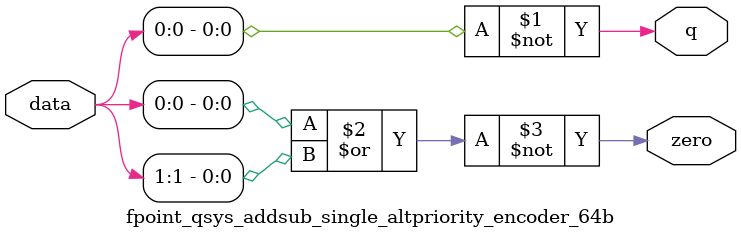
<source format=v>
module  fpoint_qsys_addsub_single_altpriority_encoder_64b
	( 
	data,
	q,
	zero) ;
	input   [1:0]  data;
	output   [0:0]  q;
	output   zero;
	assign
		q = {(~ data[0])},
		zero = (~ (data[0] | data[1]));
endmodule
</source>
